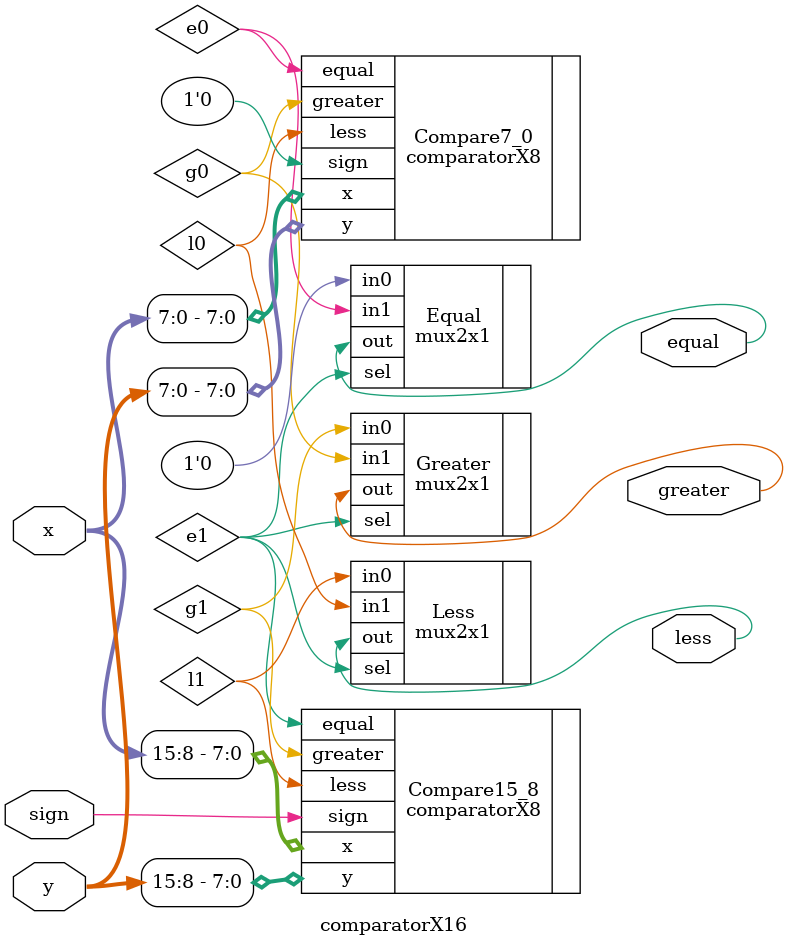
<source format=v>
`timescale 1ns / 1ps


module comparatorX16(
    output greater,
    output less,
    output equal,
    input [15:0] x,
    input [15:0] y,
    input sign
    );
    
    wire e0, e1;
    wire g0, g1;
    wire l0, l1;
    comparatorX8 Compare15_8(.greater(g1), .less(l1), .equal(e1), .x(x[15:8]), .y(y[15:8]), .sign(sign));
    comparatorX8 Compare7_0(.greater(g0), .less(l0), .equal(e0), .x(x[7:0]), .y(y[7:0]), .sign(1'b0));
    
    mux2x1 Equal(.out(equal), .in0(1'b0), .in1(e0), .sel(e1));
    mux2x1 Greater(.out(greater), .in0(g1), .in1(g0), .sel(e1));
    mux2x1 Less(.out(less), .in0(l1), .in1(l0), .sel(e1));
    
//    wire g0, g1, g2, g3;
//    wire l0, l1, l2, l3;
//    wire e0, e1, e2, e3;
    
//    comparatorX4 Compare15_12(.equal(e3), .greater(g3), .less(l3), .x(x[15:12]), .y(y[15:12]), .sign(sign));
//    comparatorX4 Compare11_8(.equal(e2), .greater(g2), .less(l2), .x(x[11:8]), .y(y[11:8]), .sign(1'b0));
//    comparatorX4 Compare7_4(.equal(e1), .greater(g1), .less(l1), .x(x[7:4]), .y(y[7:4]), .sign(1'b0));
//    comparatorX4 Compare3_0(.equal(e0), .greater(g0), .less(l0), .x(x[3:0]), .y(y[3:0]), .sign(1'b0));
    
//    always @(*)
//        if (e3)
//            begin
//                if (e2)
//                    begin
//                        if (e1)
//                            begin
//                                {greater, equal, less} = {g0, e0, l0};
//                            end
//                        else
//                            {greater, equal, less} = {g1, e1, l1};
//                    end
//                else
//                    {greater, equal, less} = {g2, e2, l2};
//            end
//        else
//            {greater, equal, less} = {g3, e3, l3};
endmodule

</source>
